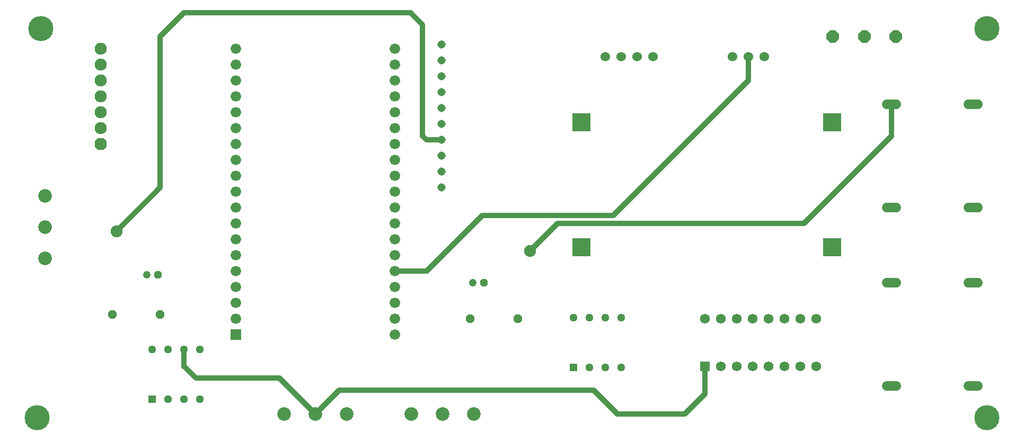
<source format=gbr>
G04 EAGLE Gerber RS-274X export*
G75*
%MOMM*%
%FSLAX34Y34*%
%LPD*%
%INTop Copper*%
%IPPOS*%
%AMOC8*
5,1,8,0,0,1.08239X$1,22.5*%
G01*
%ADD10P,1.319650X8X22.500000*%
%ADD11C,1.219200*%
%ADD12R,1.575000X1.575000*%
%ADD13C,1.575000*%
%ADD14C,2.184400*%
%ADD15P,1.429621X8X22.500000*%
%ADD16R,1.676400X1.676400*%
%ADD17C,1.676400*%
%ADD18P,2.089446X8X22.500000*%
%ADD19C,1.930400*%
%ADD20P,2.164780X8X202.500000*%
%ADD21C,1.508000*%
%ADD22R,1.288000X1.288000*%
%ADD23C,1.288000*%
%ADD24C,1.308000*%
%ADD25R,3.000000X3.000000*%
%ADD26C,1.524000*%
%ADD27C,4.016000*%
%ADD28C,1.905000*%
%ADD29C,0.812800*%


D10*
X231140Y565150D03*
D11*
X213360Y565150D03*
D10*
X751840Y552450D03*
D11*
X734060Y552450D03*
D12*
X1104900Y419100D03*
D13*
X1130300Y419100D03*
X1155700Y419100D03*
X1181100Y419100D03*
X1206500Y419100D03*
X1231900Y419100D03*
X1257300Y419100D03*
X1282700Y419100D03*
X1282700Y495300D03*
X1257300Y495300D03*
X1231900Y495300D03*
X1206500Y495300D03*
X1181100Y495300D03*
X1104900Y495300D03*
X1155700Y495300D03*
X1130300Y495300D03*
D14*
X432600Y342900D03*
X482600Y342900D03*
X532600Y342900D03*
D15*
X158750Y501650D03*
X234950Y501650D03*
D14*
X50800Y691350D03*
X50800Y641350D03*
X50800Y591350D03*
D15*
X730250Y495300D03*
X806450Y495300D03*
D14*
X635800Y342900D03*
X685800Y342900D03*
X735800Y342900D03*
D16*
X355600Y469900D03*
D17*
X355600Y495300D03*
X355600Y520700D03*
X355600Y546100D03*
X355600Y571500D03*
X355600Y596900D03*
X355600Y622300D03*
X355600Y647700D03*
X355600Y673100D03*
X355600Y698500D03*
X355600Y723900D03*
X355600Y749300D03*
X355600Y774700D03*
X355600Y800100D03*
X355600Y825500D03*
X355600Y850900D03*
X355600Y876300D03*
X355600Y901700D03*
X355600Y927100D03*
X609600Y927100D03*
X609600Y901700D03*
X609600Y876300D03*
X609600Y850900D03*
X609600Y825500D03*
X609600Y800100D03*
X609600Y774700D03*
X609600Y749300D03*
X609600Y723900D03*
X609600Y698500D03*
X609600Y673100D03*
X609600Y647700D03*
X609600Y622300D03*
X609600Y596900D03*
X609600Y571500D03*
X609600Y546100D03*
X609600Y520700D03*
X609600Y495300D03*
X609600Y469900D03*
D18*
X139700Y774700D03*
D19*
X139700Y800100D03*
X139700Y825500D03*
X139700Y850900D03*
X139700Y876300D03*
X139700Y901700D03*
X139700Y927100D03*
D20*
X1409700Y946150D03*
X1359700Y946150D03*
X1308900Y946150D03*
D21*
X1395810Y552450D02*
X1410890Y552450D01*
X1525810Y552450D02*
X1540890Y552450D01*
X1540890Y387450D02*
X1525810Y387450D01*
X1410890Y387450D02*
X1395810Y387450D01*
X1395810Y838200D02*
X1410890Y838200D01*
X1525810Y838200D02*
X1540890Y838200D01*
X1540890Y673200D02*
X1525810Y673200D01*
X1410890Y673200D02*
X1395810Y673200D01*
D22*
X895350Y417500D03*
D23*
X920750Y417500D03*
X946150Y417500D03*
X971550Y417500D03*
X971550Y496900D03*
X946150Y496900D03*
X920750Y496900D03*
X895350Y496900D03*
D24*
X684530Y933450D03*
X684530Y908050D03*
X684530Y882650D03*
X684530Y857250D03*
X684530Y831850D03*
X684530Y806450D03*
X684530Y781050D03*
X684530Y755650D03*
X684530Y730250D03*
X684530Y704850D03*
D22*
X222250Y366700D03*
D23*
X247650Y366700D03*
X273050Y366700D03*
X298450Y366700D03*
X298450Y446100D03*
X273050Y446100D03*
X247650Y446100D03*
X222250Y446100D03*
D25*
X908050Y609600D03*
X908050Y809600D03*
X1308050Y809600D03*
X1308050Y609600D03*
D26*
X996950Y914400D03*
X971550Y914400D03*
X946150Y914400D03*
X1022350Y914400D03*
X1200150Y914400D03*
X1174750Y914400D03*
X1149350Y914400D03*
D27*
X1555750Y336550D03*
X1555750Y958850D03*
X44450Y958850D03*
X38100Y336550D03*
D28*
X165100Y635000D03*
D29*
X234950Y704850D01*
X234950Y946150D01*
X273050Y984250D01*
X654050Y965200D02*
X654050Y787400D01*
X660400Y781050D01*
X684530Y781050D01*
X635000Y984250D02*
X273050Y984250D01*
X635000Y984250D02*
X654050Y965200D01*
X273050Y446100D02*
X273050Y419100D01*
X292100Y400050D01*
X425450Y400050D01*
X482600Y342900D01*
X520700Y381000D01*
X927100Y381000D02*
X965200Y342900D01*
X1073150Y342900D01*
X1104900Y374650D01*
X1104900Y419100D01*
X927100Y381000D02*
X520700Y381000D01*
D28*
X825500Y603250D03*
D29*
X869950Y647700D01*
X1403350Y787400D02*
X1403350Y838200D01*
X1263650Y647700D02*
X869950Y647700D01*
X1263650Y647700D02*
X1403350Y787400D01*
X660400Y571500D02*
X609600Y571500D01*
X1174750Y876300D02*
X1174750Y914400D01*
X749300Y660400D02*
X660400Y571500D01*
X749300Y660400D02*
X958850Y660400D01*
X1174750Y876300D01*
M02*

</source>
